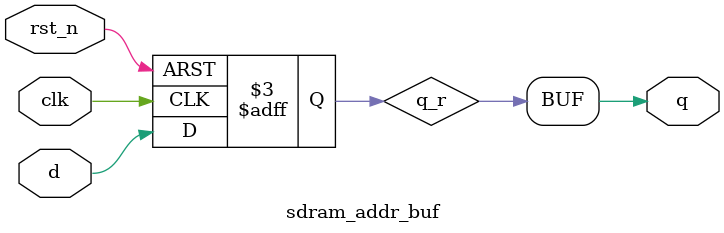
<source format=v>
module sdram_addr_buf (
	input  wire clk,
	input  wire rst_n,
	input  wire d,
	output wire q
);

`ifdef FPGA_ECP5

(*syn_useioff*) (*keep*) TRELLIS_FF #(
	.GSR("DISABLED"),
	.CEMUX("1"),
	.CLKMUX("CLK"),
	.LSRMUX("LSR"),
	.REGSET("RESET")
) o_reg (
	.CLK (clk),
	.LSR (1'b0),
	.DI  (d),
	.Q   (q)
);

`else

reg q_r;

always @ (posedge clk or negedge rst_n) begin
	if (!rst_n) begin
		q_r <= 1'b0;
	end else begin
		q_r <= d;
	end
end

assign q = q_r;

`endif

endmodule

</source>
